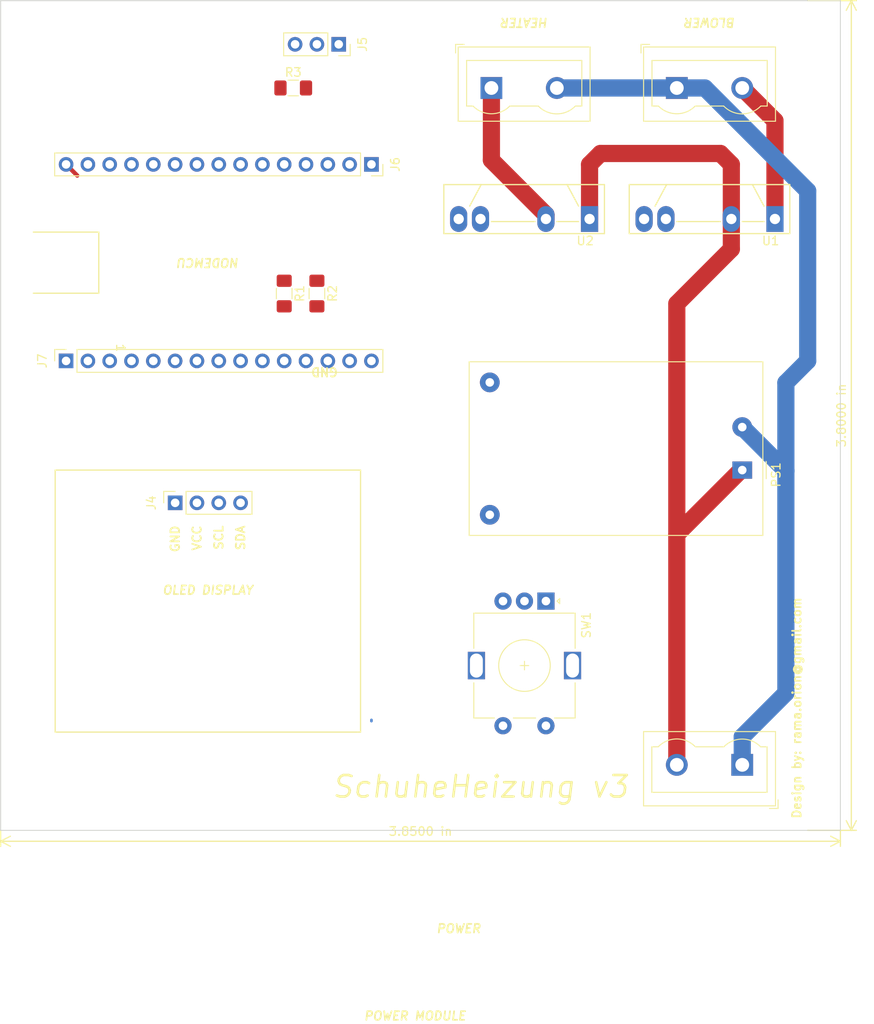
<source format=kicad_pcb>
(kicad_pcb (version 20171130) (host pcbnew 5.1.2-f72e74a~84~ubuntu18.04.1)

  (general
    (thickness 1.6)
    (drawings 30)
    (tracks 29)
    (zones 0)
    (modules 14)
    (nets 32)
  )

  (page A4)
  (title_block
    (date "jeu. 02 avril 2015")
  )

  (layers
    (0 F.Cu signal)
    (31 B.Cu signal)
    (32 B.Adhes user)
    (33 F.Adhes user)
    (34 B.Paste user)
    (35 F.Paste user)
    (36 B.SilkS user)
    (37 F.SilkS user)
    (38 B.Mask user)
    (39 F.Mask user)
    (40 Dwgs.User user)
    (41 Cmts.User user)
    (42 Eco1.User user)
    (43 Eco2.User user)
    (44 Edge.Cuts user)
    (45 Margin user)
    (46 B.CrtYd user)
    (47 F.CrtYd user)
    (48 B.Fab user)
    (49 F.Fab user)
  )

  (setup
    (last_trace_width 0.5)
    (user_trace_width 0.3)
    (user_trace_width 0.5)
    (user_trace_width 2)
    (trace_clearance 0.2)
    (zone_clearance 0.508)
    (zone_45_only no)
    (trace_min 0.2)
    (via_size 0.6)
    (via_drill 0.4)
    (via_min_size 0.4)
    (via_min_drill 0.3)
    (uvia_size 0.3)
    (uvia_drill 0.1)
    (uvias_allowed no)
    (uvia_min_size 0.2)
    (uvia_min_drill 0.1)
    (edge_width 0.1)
    (segment_width 0.15)
    (pcb_text_width 0.3)
    (pcb_text_size 1.5 1.5)
    (mod_edge_width 0.15)
    (mod_text_size 1 1)
    (mod_text_width 0.15)
    (pad_size 5 5)
    (pad_drill 3)
    (pad_to_mask_clearance 0)
    (solder_mask_min_width 0.25)
    (aux_axis_origin 201.676 116.967)
    (grid_origin 201.676 116.967)
    (visible_elements 7FFFFFFF)
    (pcbplotparams
      (layerselection 0x000f0_ffffffff)
      (usegerberextensions false)
      (usegerberattributes false)
      (usegerberadvancedattributes false)
      (creategerberjobfile false)
      (excludeedgelayer true)
      (linewidth 0.100000)
      (plotframeref false)
      (viasonmask false)
      (mode 1)
      (useauxorigin false)
      (hpglpennumber 1)
      (hpglpenspeed 20)
      (hpglpendiameter 15.000000)
      (psnegative false)
      (psa4output false)
      (plotreference true)
      (plotvalue true)
      (plotinvisibletext false)
      (padsonsilk false)
      (subtractmaskfromsilk false)
      (outputformat 4)
      (mirror false)
      (drillshape 2)
      (scaleselection 1)
      (outputdirectory ""))
  )

  (net 0 "")
  (net 1 GND)
  (net 2 +5V)
  (net 3 AC-)
  (net 4 AC+)
  (net 5 HEATER_OUT)
  (net 6 BLOWER_OUT)
  (net 7 SCL)
  (net 8 SDA)
  (net 9 HEATER_CTRL)
  (net 10 BLOWER_CTRL)
  (net 11 "Net-(R1-Pad1)")
  (net 12 "Net-(R2-Pad1)")
  (net 13 RE_A)
  (net 14 RE_B)
  (net 15 RE_SW)
  (net 16 DO)
  (net 17 "Net-(J6-Pad1)")
  (net 18 "Net-(J6-Pad2)")
  (net 19 "Net-(J6-Pad3)")
  (net 20 "Net-(J6-Pad4)")
  (net 21 "Net-(J6-Pad5)")
  (net 22 "Net-(J6-Pad6)")
  (net 23 "Net-(J6-Pad7)")
  (net 24 "Net-(J6-Pad8)")
  (net 25 "Net-(J6-Pad9)")
  (net 26 +3V3)
  (net 27 "Net-(J6-Pad12)")
  (net 28 "Net-(J6-Pad13)")
  (net 29 "Net-(J7-Pad15)")
  (net 30 "Net-(J7-Pad4)")
  (net 31 "Net-(J7-Pad3)")

  (net_class Default "This is the default net class."
    (clearance 0.2)
    (trace_width 0.25)
    (via_dia 0.6)
    (via_drill 0.4)
    (uvia_dia 0.3)
    (uvia_drill 0.1)
    (add_net +3V3)
    (add_net +5V)
    (add_net AC+)
    (add_net AC-)
    (add_net BLOWER_CTRL)
    (add_net BLOWER_OUT)
    (add_net DO)
    (add_net GND)
    (add_net HEATER_CTRL)
    (add_net HEATER_OUT)
    (add_net "Net-(J6-Pad1)")
    (add_net "Net-(J6-Pad12)")
    (add_net "Net-(J6-Pad13)")
    (add_net "Net-(J6-Pad2)")
    (add_net "Net-(J6-Pad3)")
    (add_net "Net-(J6-Pad4)")
    (add_net "Net-(J6-Pad5)")
    (add_net "Net-(J6-Pad6)")
    (add_net "Net-(J6-Pad7)")
    (add_net "Net-(J6-Pad8)")
    (add_net "Net-(J6-Pad9)")
    (add_net "Net-(J7-Pad15)")
    (add_net "Net-(J7-Pad3)")
    (add_net "Net-(J7-Pad4)")
    (add_net "Net-(R1-Pad1)")
    (add_net "Net-(R2-Pad1)")
    (add_net RE_A)
    (add_net RE_B)
    (add_net RE_SW)
    (add_net SCL)
    (add_net SDA)
  )

  (module Converter_ACDC:Converter_ACDC_HiLink_HLK-PMxx (layer F.Cu) (tedit 5C1AC1CD) (tstamp 5CB84B89)
    (at 190.246 75.057 180)
    (descr "ACDC-Converter, 3W, HiLink, HLK-PMxx, THT, http://www.hlktech.net/product_detail.php?ProId=54")
    (tags "ACDC-Converter 3W THT HiLink board mount module")
    (path /5D020792)
    (fp_text reference PS1 (at -3.94 -0.55 270) (layer F.SilkS)
      (effects (font (size 1 1) (thickness 0.15)))
    )
    (fp_text value HLK-PM01 (at 15.79 13.85) (layer F.Fab)
      (effects (font (size 1 1) (thickness 0.15)))
    )
    (fp_line (start -2.3 12.5) (end 31.7 12.5) (layer F.Fab) (width 0.1))
    (fp_line (start 31.7 12.5) (end 31.7 -7.5) (layer F.Fab) (width 0.1))
    (fp_line (start -2.3 12.5) (end -2.3 0.99) (layer F.Fab) (width 0.1))
    (fp_line (start -2.3 -7.5) (end 31.7 -7.5) (layer F.Fab) (width 0.1))
    (fp_text user %R (at 14.68 1.17) (layer F.Fab)
      (effects (font (size 1 1) (thickness 0.15)))
    )
    (fp_line (start -1.29 0) (end -2.29 1) (layer F.Fab) (width 0.1))
    (fp_line (start -2.29 -1) (end -1.29 0) (layer F.Fab) (width 0.1))
    (fp_line (start -2.3 -1) (end -2.3 -7.5) (layer F.Fab) (width 0.1))
    (fp_line (start -2.55 12.75) (end 31.95 12.75) (layer F.CrtYd) (width 0.05))
    (fp_line (start 31.95 12.75) (end 31.95 -7.75) (layer F.CrtYd) (width 0.05))
    (fp_line (start 31.95 -7.75) (end -2.55 -7.75) (layer F.CrtYd) (width 0.05))
    (fp_line (start -2.55 -7.75) (end -2.55 12.75) (layer F.CrtYd) (width 0.05))
    (fp_line (start -2.4 -7.6) (end -2.4 12.6) (layer F.SilkS) (width 0.12))
    (fp_line (start -2.4 12.6) (end 31.8 12.6) (layer F.SilkS) (width 0.12))
    (fp_line (start 31.8 12.6) (end 31.8 -7.6) (layer F.SilkS) (width 0.12))
    (fp_line (start 31.8 -7.6) (end -2.4 -7.6) (layer F.SilkS) (width 0.12))
    (fp_line (start -2.79 -1) (end -2.79 1.01) (layer F.SilkS) (width 0.12))
    (pad 3 thru_hole circle (at 29.4 -5.2 180) (size 2.3 2.3) (drill 1) (layers *.Cu *.Mask)
      (net 1 GND))
    (pad 1 thru_hole rect (at 0 0 180) (size 2.3 2) (drill 1) (layers *.Cu *.Mask)
      (net 4 AC+))
    (pad 2 thru_hole circle (at 0 5 180) (size 2.3 2.3) (drill 1) (layers *.Cu *.Mask)
      (net 3 AC-))
    (pad 4 thru_hole circle (at 29.4 10.2 180) (size 2.3 2.3) (drill 1) (layers *.Cu *.Mask)
      (net 2 +5V))
    (model ${KISYS3DMOD}/Converter_ACDC.3dshapes/Converter_ACDC_HiLink_HLK-PMxx.wrl
      (at (xyz 0 0 0))
      (scale (xyz 1 1 1))
      (rotate (xyz 0 0 0))
    )
  )

  (module Resistor_SMD:R_1206_3216Metric_Pad1.42x1.75mm_HandSolder (layer F.Cu) (tedit 5B301BBD) (tstamp 5D020AAF)
    (at 137.9585 30.607)
    (descr "Resistor SMD 1206 (3216 Metric), square (rectangular) end terminal, IPC_7351 nominal with elongated pad for handsoldering. (Body size source: http://www.tortai-tech.com/upload/download/2011102023233369053.pdf), generated with kicad-footprint-generator")
    (tags "resistor handsolder")
    (path /5D02C1D2)
    (attr smd)
    (fp_text reference R3 (at 0 -1.82) (layer F.SilkS)
      (effects (font (size 1 1) (thickness 0.15)))
    )
    (fp_text value R (at 0 1.82) (layer F.Fab)
      (effects (font (size 1 1) (thickness 0.15)))
    )
    (fp_line (start -1.6 0.8) (end -1.6 -0.8) (layer F.Fab) (width 0.1))
    (fp_line (start -1.6 -0.8) (end 1.6 -0.8) (layer F.Fab) (width 0.1))
    (fp_line (start 1.6 -0.8) (end 1.6 0.8) (layer F.Fab) (width 0.1))
    (fp_line (start 1.6 0.8) (end -1.6 0.8) (layer F.Fab) (width 0.1))
    (fp_line (start -0.602064 -0.91) (end 0.602064 -0.91) (layer F.SilkS) (width 0.12))
    (fp_line (start -0.602064 0.91) (end 0.602064 0.91) (layer F.SilkS) (width 0.12))
    (fp_line (start -2.45 1.12) (end -2.45 -1.12) (layer F.CrtYd) (width 0.05))
    (fp_line (start -2.45 -1.12) (end 2.45 -1.12) (layer F.CrtYd) (width 0.05))
    (fp_line (start 2.45 -1.12) (end 2.45 1.12) (layer F.CrtYd) (width 0.05))
    (fp_line (start 2.45 1.12) (end -2.45 1.12) (layer F.CrtYd) (width 0.05))
    (fp_text user %R (at 0 0) (layer F.Fab)
      (effects (font (size 0.8 0.8) (thickness 0.12)))
    )
    (pad 1 smd roundrect (at -1.4875 0) (size 1.425 1.75) (layers F.Cu F.Paste F.Mask) (roundrect_rratio 0.175439)
      (net 16 DO))
    (pad 2 smd roundrect (at 1.4875 0) (size 1.425 1.75) (layers F.Cu F.Paste F.Mask) (roundrect_rratio 0.175439)
      (net 2 +5V))
    (model ${KISYS3DMOD}/Resistor_SMD.3dshapes/R_1206_3216Metric.wrl
      (at (xyz 0 0 0))
      (scale (xyz 1 1 1))
      (rotate (xyz 0 0 0))
    )
  )

  (module Connector_PinSocket_2.54mm:PinSocket_1x15_P2.54mm_Vertical (layer F.Cu) (tedit 5A19A41D) (tstamp 5D020A7B)
    (at 147.066 39.497 270)
    (descr "Through hole straight socket strip, 1x15, 2.54mm pitch, single row (from Kicad 4.0.7), script generated")
    (tags "Through hole socket strip THT 1x15 2.54mm single row")
    (path /5D03D042)
    (fp_text reference J6 (at 0 -2.77 90) (layer F.SilkS)
      (effects (font (size 1 1) (thickness 0.15)))
    )
    (fp_text value Conn_01x15 (at 0 38.33 90) (layer F.Fab)
      (effects (font (size 1 1) (thickness 0.15)))
    )
    (fp_line (start -1.27 -1.27) (end 0.635 -1.27) (layer F.Fab) (width 0.1))
    (fp_line (start 0.635 -1.27) (end 1.27 -0.635) (layer F.Fab) (width 0.1))
    (fp_line (start 1.27 -0.635) (end 1.27 36.83) (layer F.Fab) (width 0.1))
    (fp_line (start 1.27 36.83) (end -1.27 36.83) (layer F.Fab) (width 0.1))
    (fp_line (start -1.27 36.83) (end -1.27 -1.27) (layer F.Fab) (width 0.1))
    (fp_line (start -1.33 1.27) (end 1.33 1.27) (layer F.SilkS) (width 0.12))
    (fp_line (start -1.33 1.27) (end -1.33 36.89) (layer F.SilkS) (width 0.12))
    (fp_line (start -1.33 36.89) (end 1.33 36.89) (layer F.SilkS) (width 0.12))
    (fp_line (start 1.33 1.27) (end 1.33 36.89) (layer F.SilkS) (width 0.12))
    (fp_line (start 1.33 -1.33) (end 1.33 0) (layer F.SilkS) (width 0.12))
    (fp_line (start 0 -1.33) (end 1.33 -1.33) (layer F.SilkS) (width 0.12))
    (fp_line (start -1.8 -1.8) (end 1.75 -1.8) (layer F.CrtYd) (width 0.05))
    (fp_line (start 1.75 -1.8) (end 1.75 37.3) (layer F.CrtYd) (width 0.05))
    (fp_line (start 1.75 37.3) (end -1.8 37.3) (layer F.CrtYd) (width 0.05))
    (fp_line (start -1.8 37.3) (end -1.8 -1.8) (layer F.CrtYd) (width 0.05))
    (fp_text user %R (at 0 17.78) (layer F.Fab)
      (effects (font (size 1 1) (thickness 0.15)))
    )
    (pad 1 thru_hole rect (at 0 0 270) (size 1.7 1.7) (drill 1) (layers *.Cu *.Mask)
      (net 17 "Net-(J6-Pad1)"))
    (pad 2 thru_hole oval (at 0 2.54 270) (size 1.7 1.7) (drill 1) (layers *.Cu *.Mask)
      (net 18 "Net-(J6-Pad2)"))
    (pad 3 thru_hole oval (at 0 5.08 270) (size 1.7 1.7) (drill 1) (layers *.Cu *.Mask)
      (net 19 "Net-(J6-Pad3)"))
    (pad 4 thru_hole oval (at 0 7.62 270) (size 1.7 1.7) (drill 1) (layers *.Cu *.Mask)
      (net 20 "Net-(J6-Pad4)"))
    (pad 5 thru_hole oval (at 0 10.16 270) (size 1.7 1.7) (drill 1) (layers *.Cu *.Mask)
      (net 21 "Net-(J6-Pad5)"))
    (pad 6 thru_hole oval (at 0 12.7 270) (size 1.7 1.7) (drill 1) (layers *.Cu *.Mask)
      (net 22 "Net-(J6-Pad6)"))
    (pad 7 thru_hole oval (at 0 15.24 270) (size 1.7 1.7) (drill 1) (layers *.Cu *.Mask)
      (net 23 "Net-(J6-Pad7)"))
    (pad 8 thru_hole oval (at 0 17.78 270) (size 1.7 1.7) (drill 1) (layers *.Cu *.Mask)
      (net 24 "Net-(J6-Pad8)"))
    (pad 9 thru_hole oval (at 0 20.32 270) (size 1.7 1.7) (drill 1) (layers *.Cu *.Mask)
      (net 25 "Net-(J6-Pad9)"))
    (pad 10 thru_hole oval (at 0 22.86 270) (size 1.7 1.7) (drill 1) (layers *.Cu *.Mask)
      (net 1 GND))
    (pad 11 thru_hole oval (at 0 25.4 270) (size 1.7 1.7) (drill 1) (layers *.Cu *.Mask)
      (net 26 +3V3))
    (pad 12 thru_hole oval (at 0 27.94 270) (size 1.7 1.7) (drill 1) (layers *.Cu *.Mask)
      (net 27 "Net-(J6-Pad12)"))
    (pad 13 thru_hole oval (at 0 30.48 270) (size 1.7 1.7) (drill 1) (layers *.Cu *.Mask)
      (net 28 "Net-(J6-Pad13)"))
    (pad 14 thru_hole oval (at 0 33.02 270) (size 1.7 1.7) (drill 1) (layers *.Cu *.Mask)
      (net 1 GND))
    (pad 15 thru_hole oval (at 0 35.56 270) (size 1.7 1.7) (drill 1) (layers *.Cu *.Mask)
      (net 2 +5V))
    (model ${KISYS3DMOD}/Connector_PinSocket_2.54mm.3dshapes/PinSocket_1x15_P2.54mm_Vertical.wrl
      (at (xyz 0 0 0))
      (scale (xyz 1 1 1))
      (rotate (xyz 0 0 0))
    )
  )

  (module Connector_PinSocket_2.54mm:PinSocket_1x15_P2.54mm_Vertical (layer F.Cu) (tedit 5A19A41D) (tstamp 5D020A9E)
    (at 111.506 62.357 90)
    (descr "Through hole straight socket strip, 1x15, 2.54mm pitch, single row (from Kicad 4.0.7), script generated")
    (tags "Through hole socket strip THT 1x15 2.54mm single row")
    (path /5D03E828)
    (fp_text reference J7 (at 0 -2.77 90) (layer F.SilkS)
      (effects (font (size 1 1) (thickness 0.15)))
    )
    (fp_text value Conn_01x15 (at 0 38.33 90) (layer F.Fab)
      (effects (font (size 1 1) (thickness 0.15)))
    )
    (fp_text user %R (at 0 17.78) (layer F.Fab)
      (effects (font (size 1 1) (thickness 0.15)))
    )
    (fp_line (start -1.8 37.3) (end -1.8 -1.8) (layer F.CrtYd) (width 0.05))
    (fp_line (start 1.75 37.3) (end -1.8 37.3) (layer F.CrtYd) (width 0.05))
    (fp_line (start 1.75 -1.8) (end 1.75 37.3) (layer F.CrtYd) (width 0.05))
    (fp_line (start -1.8 -1.8) (end 1.75 -1.8) (layer F.CrtYd) (width 0.05))
    (fp_line (start 0 -1.33) (end 1.33 -1.33) (layer F.SilkS) (width 0.12))
    (fp_line (start 1.33 -1.33) (end 1.33 0) (layer F.SilkS) (width 0.12))
    (fp_line (start 1.33 1.27) (end 1.33 36.89) (layer F.SilkS) (width 0.12))
    (fp_line (start -1.33 36.89) (end 1.33 36.89) (layer F.SilkS) (width 0.12))
    (fp_line (start -1.33 1.27) (end -1.33 36.89) (layer F.SilkS) (width 0.12))
    (fp_line (start -1.33 1.27) (end 1.33 1.27) (layer F.SilkS) (width 0.12))
    (fp_line (start -1.27 36.83) (end -1.27 -1.27) (layer F.Fab) (width 0.1))
    (fp_line (start 1.27 36.83) (end -1.27 36.83) (layer F.Fab) (width 0.1))
    (fp_line (start 1.27 -0.635) (end 1.27 36.83) (layer F.Fab) (width 0.1))
    (fp_line (start 0.635 -1.27) (end 1.27 -0.635) (layer F.Fab) (width 0.1))
    (fp_line (start -1.27 -1.27) (end 0.635 -1.27) (layer F.Fab) (width 0.1))
    (pad 15 thru_hole oval (at 0 35.56 90) (size 1.7 1.7) (drill 1) (layers *.Cu *.Mask)
      (net 29 "Net-(J7-Pad15)"))
    (pad 14 thru_hole oval (at 0 33.02 90) (size 1.7 1.7) (drill 1) (layers *.Cu *.Mask)
      (net 7 SCL))
    (pad 13 thru_hole oval (at 0 30.48 90) (size 1.7 1.7) (drill 1) (layers *.Cu *.Mask)
      (net 8 SDA))
    (pad 12 thru_hole oval (at 0 27.94 90) (size 1.7 1.7) (drill 1) (layers *.Cu *.Mask)
      (net 10 BLOWER_CTRL))
    (pad 11 thru_hole oval (at 0 25.4 90) (size 1.7 1.7) (drill 1) (layers *.Cu *.Mask)
      (net 9 HEATER_CTRL))
    (pad 10 thru_hole oval (at 0 22.86 90) (size 1.7 1.7) (drill 1) (layers *.Cu *.Mask)
      (net 26 +3V3))
    (pad 9 thru_hole oval (at 0 20.32 90) (size 1.7 1.7) (drill 1) (layers *.Cu *.Mask)
      (net 1 GND))
    (pad 8 thru_hole oval (at 0 17.78 90) (size 1.7 1.7) (drill 1) (layers *.Cu *.Mask)
      (net 16 DO))
    (pad 7 thru_hole oval (at 0 15.24 90) (size 1.7 1.7) (drill 1) (layers *.Cu *.Mask)
      (net 13 RE_A))
    (pad 6 thru_hole oval (at 0 12.7 90) (size 1.7 1.7) (drill 1) (layers *.Cu *.Mask)
      (net 14 RE_B))
    (pad 5 thru_hole oval (at 0 10.16 90) (size 1.7 1.7) (drill 1) (layers *.Cu *.Mask)
      (net 15 RE_SW))
    (pad 4 thru_hole oval (at 0 7.62 90) (size 1.7 1.7) (drill 1) (layers *.Cu *.Mask)
      (net 30 "Net-(J7-Pad4)"))
    (pad 3 thru_hole oval (at 0 5.08 90) (size 1.7 1.7) (drill 1) (layers *.Cu *.Mask)
      (net 31 "Net-(J7-Pad3)"))
    (pad 2 thru_hole oval (at 0 2.54 90) (size 1.7 1.7) (drill 1) (layers *.Cu *.Mask)
      (net 1 GND))
    (pad 1 thru_hole rect (at 0 0 90) (size 1.7 1.7) (drill 1) (layers *.Cu *.Mask)
      (net 26 +3V3))
    (model ${KISYS3DMOD}/Connector_PinSocket_2.54mm.3dshapes/PinSocket_1x15_P2.54mm_Vertical.wrl
      (at (xyz 0 0 0))
      (scale (xyz 1 1 1))
      (rotate (xyz 0 0 0))
    )
  )

  (module TerminalBlock:TerminalBlock_Wuerth_691311400102_P7.62mm (layer F.Cu) (tedit 5CB36873) (tstamp 5CB84AB3)
    (at 190.246 109.347 180)
    (descr https://katalog.we-online.de/em/datasheet/6913114001xx.pdf)
    (tags "Wuerth WR-TBL Series 3114 terminal block pitch 7.62mm")
    (path /5C9F2392)
    (fp_text reference J1 (at 3.81 -6 180) (layer F.SilkS) hide
      (effects (font (size 1 1) (thickness 0.15)))
    )
    (fp_text value Screw_Terminal_01x02 (at 3.81 5 180) (layer F.Fab)
      (effects (font (size 1 1) (thickness 0.15)))
    )
    (fp_line (start -2.8 -4.7) (end 11.42 -4.7) (layer F.Fab) (width 0.1))
    (fp_line (start 11.42 -4.7) (end 11.42 3.8) (layer F.Fab) (width 0.1))
    (fp_line (start 11.42 3.8) (end -3.8 3.8) (layer F.Fab) (width 0.1))
    (fp_line (start -3.8 3.8) (end -3.8 -3.7) (layer F.Fab) (width 0.1))
    (fp_line (start -3.86 -4.77) (end 11.49 -4.77) (layer F.SilkS) (width 0.12))
    (fp_line (start 11.49 -4.77) (end 11.49 3.87) (layer F.SilkS) (width 0.12))
    (fp_line (start 11.49 3.87) (end -3.87 3.87) (layer F.SilkS) (width 0.12))
    (fp_line (start -3.87 3.87) (end -3.87 -4.77) (layer F.SilkS) (width 0.12))
    (fp_line (start -4.17 -5.07) (end -4.17 -4.07) (layer F.SilkS) (width 0.12))
    (fp_line (start -4.17 -5.07) (end -3.17 -5.07) (layer F.SilkS) (width 0.12))
    (fp_text user %R (at 3.81 0 180) (layer F.Fab)
      (effects (font (size 1 1) (thickness 0.15)))
    )
    (fp_line (start -4.3 -5.2) (end 11.92 -5.2) (layer F.CrtYd) (width 0.05))
    (fp_line (start 11.92 -5.2) (end 11.92 4.3) (layer F.CrtYd) (width 0.05))
    (fp_line (start 11.92 4.3) (end -4.3 4.3) (layer F.CrtYd) (width 0.05))
    (fp_line (start -4.3 4.3) (end -4.3 -5.2) (layer F.CrtYd) (width 0.05))
    (fp_line (start 10.53 -3.2) (end -2.89 -3.2) (layer F.SilkS) (width 0.12))
    (fp_line (start -2.89 -3.2) (end -2.89 2.1) (layer F.SilkS) (width 0.12))
    (fp_line (start -2.89 2.1) (end -2.14 2.1) (layer F.SilkS) (width 0.12))
    (fp_arc (start 0 0) (end -2.14 2.1) (angle -91.1) (layer F.SilkS) (width 0.12))
    (fp_line (start 2.14 2.1) (end 5.46 2.1) (layer F.SilkS) (width 0.12))
    (fp_arc (start 7.62 0) (end 5.46 2.1) (angle -91.6) (layer F.SilkS) (width 0.12))
    (fp_line (start 9.78 2.1) (end 10.53 2.1) (layer F.SilkS) (width 0.12))
    (fp_line (start 10.53 2.1) (end 10.53 -3.2) (layer F.SilkS) (width 0.12))
    (fp_line (start -3.8 -3.7) (end -2.8 -4.7) (layer F.Fab) (width 0.1))
    (pad 1 thru_hole rect (at 0 0 180) (size 2.54 2.54) (drill 1.6) (layers *.Cu *.Mask)
      (net 3 AC-))
    (pad 2 thru_hole circle (at 7.62 0 180) (size 2.54 2.54) (drill 1.6) (layers *.Cu *.Mask)
      (net 4 AC+))
    (model ${KISYS3DMOD}/TerminalBlock.3dshapes/TerminalBlock_Wuerth_691311400102_P7.62mm.wrl
      (at (xyz 0 0 0))
      (scale (xyz 1 1 1))
      (rotate (xyz 0 0 0))
    )
  )

  (module TerminalBlock:TerminalBlock_Wuerth_691311400102_P7.62mm (layer F.Cu) (tedit 5CB3687E) (tstamp 5CB84AD1)
    (at 182.626 30.607)
    (descr https://katalog.we-online.de/em/datasheet/6913114001xx.pdf)
    (tags "Wuerth WR-TBL Series 3114 terminal block pitch 7.62mm")
    (path /5C9F247B)
    (fp_text reference J2 (at 3.81 -6) (layer F.SilkS) hide
      (effects (font (size 1 1) (thickness 0.15)))
    )
    (fp_text value Screw_Terminal_01x02 (at 3.81 5) (layer F.Fab)
      (effects (font (size 1 1) (thickness 0.15)))
    )
    (fp_line (start -3.8 -3.7) (end -2.8 -4.7) (layer F.Fab) (width 0.1))
    (fp_line (start 10.53 2.1) (end 10.53 -3.2) (layer F.SilkS) (width 0.12))
    (fp_line (start 9.78 2.1) (end 10.53 2.1) (layer F.SilkS) (width 0.12))
    (fp_arc (start 7.62 0) (end 5.46 2.1) (angle -91.6) (layer F.SilkS) (width 0.12))
    (fp_line (start 2.14 2.1) (end 5.46 2.1) (layer F.SilkS) (width 0.12))
    (fp_arc (start 0 0) (end -2.14 2.1) (angle -91.1) (layer F.SilkS) (width 0.12))
    (fp_line (start -2.89 2.1) (end -2.14 2.1) (layer F.SilkS) (width 0.12))
    (fp_line (start -2.89 -3.2) (end -2.89 2.1) (layer F.SilkS) (width 0.12))
    (fp_line (start 10.53 -3.2) (end -2.89 -3.2) (layer F.SilkS) (width 0.12))
    (fp_line (start -4.3 4.3) (end -4.3 -5.2) (layer F.CrtYd) (width 0.05))
    (fp_line (start 11.92 4.3) (end -4.3 4.3) (layer F.CrtYd) (width 0.05))
    (fp_line (start 11.92 -5.2) (end 11.92 4.3) (layer F.CrtYd) (width 0.05))
    (fp_line (start -4.3 -5.2) (end 11.92 -5.2) (layer F.CrtYd) (width 0.05))
    (fp_text user %R (at 3.81 0) (layer F.Fab)
      (effects (font (size 1 1) (thickness 0.15)))
    )
    (fp_line (start -4.17 -5.07) (end -3.17 -5.07) (layer F.SilkS) (width 0.12))
    (fp_line (start -4.17 -5.07) (end -4.17 -4.07) (layer F.SilkS) (width 0.12))
    (fp_line (start -3.87 3.87) (end -3.87 -4.77) (layer F.SilkS) (width 0.12))
    (fp_line (start 11.49 3.87) (end -3.87 3.87) (layer F.SilkS) (width 0.12))
    (fp_line (start 11.49 -4.77) (end 11.49 3.87) (layer F.SilkS) (width 0.12))
    (fp_line (start -3.86 -4.77) (end 11.49 -4.77) (layer F.SilkS) (width 0.12))
    (fp_line (start -3.8 3.8) (end -3.8 -3.7) (layer F.Fab) (width 0.1))
    (fp_line (start 11.42 3.8) (end -3.8 3.8) (layer F.Fab) (width 0.1))
    (fp_line (start 11.42 -4.7) (end 11.42 3.8) (layer F.Fab) (width 0.1))
    (fp_line (start -2.8 -4.7) (end 11.42 -4.7) (layer F.Fab) (width 0.1))
    (pad 2 thru_hole circle (at 7.62 0) (size 2.54 2.54) (drill 1.6) (layers *.Cu *.Mask)
      (net 5 HEATER_OUT))
    (pad 1 thru_hole rect (at 0 0) (size 2.54 2.54) (drill 1.6) (layers *.Cu *.Mask)
      (net 3 AC-))
    (model ${KISYS3DMOD}/TerminalBlock.3dshapes/TerminalBlock_Wuerth_691311400102_P7.62mm.wrl
      (at (xyz 0 0 0))
      (scale (xyz 1 1 1))
      (rotate (xyz 0 0 0))
    )
  )

  (module TerminalBlock:TerminalBlock_Wuerth_691311400102_P7.62mm (layer F.Cu) (tedit 5CB3687A) (tstamp 5CB84AEF)
    (at 161.036 30.607)
    (descr https://katalog.we-online.de/em/datasheet/6913114001xx.pdf)
    (tags "Wuerth WR-TBL Series 3114 terminal block pitch 7.62mm")
    (path /5C9F2549)
    (fp_text reference J3 (at 3.81 -6 180) (layer F.SilkS) hide
      (effects (font (size 1 1) (thickness 0.15)))
    )
    (fp_text value Screw_Terminal_01x02 (at 3.81 5 180) (layer F.Fab)
      (effects (font (size 1 1) (thickness 0.15)))
    )
    (fp_line (start -2.8 -4.7) (end 11.42 -4.7) (layer F.Fab) (width 0.1))
    (fp_line (start 11.42 -4.7) (end 11.42 3.8) (layer F.Fab) (width 0.1))
    (fp_line (start 11.42 3.8) (end -3.8 3.8) (layer F.Fab) (width 0.1))
    (fp_line (start -3.8 3.8) (end -3.8 -3.7) (layer F.Fab) (width 0.1))
    (fp_line (start -3.86 -4.77) (end 11.49 -4.77) (layer F.SilkS) (width 0.12))
    (fp_line (start 11.49 -4.77) (end 11.49 3.87) (layer F.SilkS) (width 0.12))
    (fp_line (start 11.49 3.87) (end -3.87 3.87) (layer F.SilkS) (width 0.12))
    (fp_line (start -3.87 3.87) (end -3.87 -4.77) (layer F.SilkS) (width 0.12))
    (fp_line (start -4.17 -5.07) (end -4.17 -4.07) (layer F.SilkS) (width 0.12))
    (fp_line (start -4.17 -5.07) (end -3.17 -5.07) (layer F.SilkS) (width 0.12))
    (fp_text user %R (at 3.81 0 180) (layer F.Fab)
      (effects (font (size 1 1) (thickness 0.15)))
    )
    (fp_line (start -4.3 -5.2) (end 11.92 -5.2) (layer F.CrtYd) (width 0.05))
    (fp_line (start 11.92 -5.2) (end 11.92 4.3) (layer F.CrtYd) (width 0.05))
    (fp_line (start 11.92 4.3) (end -4.3 4.3) (layer F.CrtYd) (width 0.05))
    (fp_line (start -4.3 4.3) (end -4.3 -5.2) (layer F.CrtYd) (width 0.05))
    (fp_line (start 10.53 -3.2) (end -2.89 -3.2) (layer F.SilkS) (width 0.12))
    (fp_line (start -2.89 -3.2) (end -2.89 2.1) (layer F.SilkS) (width 0.12))
    (fp_line (start -2.89 2.1) (end -2.14 2.1) (layer F.SilkS) (width 0.12))
    (fp_arc (start 0 0) (end -2.14 2.1) (angle -91.1) (layer F.SilkS) (width 0.12))
    (fp_line (start 2.14 2.1) (end 5.46 2.1) (layer F.SilkS) (width 0.12))
    (fp_arc (start 7.62 0) (end 5.46 2.1) (angle -91.6) (layer F.SilkS) (width 0.12))
    (fp_line (start 9.78 2.1) (end 10.53 2.1) (layer F.SilkS) (width 0.12))
    (fp_line (start 10.53 2.1) (end 10.53 -3.2) (layer F.SilkS) (width 0.12))
    (fp_line (start -3.8 -3.7) (end -2.8 -4.7) (layer F.Fab) (width 0.1))
    (pad 1 thru_hole rect (at 0 0) (size 2.54 2.54) (drill 1.6) (layers *.Cu *.Mask)
      (net 6 BLOWER_OUT))
    (pad 2 thru_hole circle (at 7.62 0) (size 2.54 2.54) (drill 1.6) (layers *.Cu *.Mask)
      (net 3 AC-))
    (model ${KISYS3DMOD}/TerminalBlock.3dshapes/TerminalBlock_Wuerth_691311400102_P7.62mm.wrl
      (at (xyz 0 0 0))
      (scale (xyz 1 1 1))
      (rotate (xyz 0 0 0))
    )
  )

  (module Connector_PinSocket_2.54mm:PinSocket_1x04_P2.54mm_Vertical (layer F.Cu) (tedit 5A19A429) (tstamp 5CB84B07)
    (at 124.206 78.867 90)
    (descr "Through hole straight socket strip, 1x04, 2.54mm pitch, single row (from Kicad 4.0.7), script generated")
    (tags "Through hole socket strip THT 1x04 2.54mm single row")
    (path /5C9F899E)
    (fp_text reference J4 (at 0 -2.77 90) (layer F.SilkS)
      (effects (font (size 1 1) (thickness 0.15)))
    )
    (fp_text value Conn_01x04 (at 0 10.39 90) (layer F.Fab)
      (effects (font (size 1 1) (thickness 0.15)))
    )
    (fp_line (start -1.27 -1.27) (end 0.635 -1.27) (layer F.Fab) (width 0.1))
    (fp_line (start 0.635 -1.27) (end 1.27 -0.635) (layer F.Fab) (width 0.1))
    (fp_line (start 1.27 -0.635) (end 1.27 8.89) (layer F.Fab) (width 0.1))
    (fp_line (start 1.27 8.89) (end -1.27 8.89) (layer F.Fab) (width 0.1))
    (fp_line (start -1.27 8.89) (end -1.27 -1.27) (layer F.Fab) (width 0.1))
    (fp_line (start -1.33 1.27) (end 1.33 1.27) (layer F.SilkS) (width 0.12))
    (fp_line (start -1.33 1.27) (end -1.33 8.95) (layer F.SilkS) (width 0.12))
    (fp_line (start -1.33 8.95) (end 1.33 8.95) (layer F.SilkS) (width 0.12))
    (fp_line (start 1.33 1.27) (end 1.33 8.95) (layer F.SilkS) (width 0.12))
    (fp_line (start 1.33 -1.33) (end 1.33 0) (layer F.SilkS) (width 0.12))
    (fp_line (start 0 -1.33) (end 1.33 -1.33) (layer F.SilkS) (width 0.12))
    (fp_line (start -1.8 -1.8) (end 1.75 -1.8) (layer F.CrtYd) (width 0.05))
    (fp_line (start 1.75 -1.8) (end 1.75 9.4) (layer F.CrtYd) (width 0.05))
    (fp_line (start 1.75 9.4) (end -1.8 9.4) (layer F.CrtYd) (width 0.05))
    (fp_line (start -1.8 9.4) (end -1.8 -1.8) (layer F.CrtYd) (width 0.05))
    (fp_text user %R (at 0 3.81) (layer F.Fab)
      (effects (font (size 1 1) (thickness 0.15)))
    )
    (pad 1 thru_hole rect (at 0 0 90) (size 1.7 1.7) (drill 1) (layers *.Cu *.Mask)
      (net 1 GND))
    (pad 2 thru_hole oval (at 0 2.54 90) (size 1.7 1.7) (drill 1) (layers *.Cu *.Mask)
      (net 2 +5V))
    (pad 3 thru_hole oval (at 0 5.08 90) (size 1.7 1.7) (drill 1) (layers *.Cu *.Mask)
      (net 7 SCL))
    (pad 4 thru_hole oval (at 0 7.62 90) (size 1.7 1.7) (drill 1) (layers *.Cu *.Mask)
      (net 8 SDA))
    (model ${KISYS3DMOD}/Connector_PinSocket_2.54mm.3dshapes/PinSocket_1x04_P2.54mm_Vertical.wrl
      (at (xyz 0 0 0))
      (scale (xyz 1 1 1))
      (rotate (xyz 0 0 0))
    )
  )

  (module Resistor_SMD:R_1206_3216Metric_Pad1.42x1.75mm_HandSolder (layer F.Cu) (tedit 5B301BBD) (tstamp 5CB84BB3)
    (at 136.906 54.5195 270)
    (descr "Resistor SMD 1206 (3216 Metric), square (rectangular) end terminal, IPC_7351 nominal with elongated pad for handsoldering. (Body size source: http://www.tortai-tech.com/upload/download/2011102023233369053.pdf), generated with kicad-footprint-generator")
    (tags "resistor handsolder")
    (path /5C9F35A1)
    (attr smd)
    (fp_text reference R1 (at 0 -1.82 270) (layer F.SilkS)
      (effects (font (size 1 1) (thickness 0.15)))
    )
    (fp_text value R (at 0 1.82 270) (layer F.Fab)
      (effects (font (size 1 1) (thickness 0.15)))
    )
    (fp_text user %R (at 0 0 270) (layer F.Fab)
      (effects (font (size 0.8 0.8) (thickness 0.12)))
    )
    (fp_line (start 2.45 1.12) (end -2.45 1.12) (layer F.CrtYd) (width 0.05))
    (fp_line (start 2.45 -1.12) (end 2.45 1.12) (layer F.CrtYd) (width 0.05))
    (fp_line (start -2.45 -1.12) (end 2.45 -1.12) (layer F.CrtYd) (width 0.05))
    (fp_line (start -2.45 1.12) (end -2.45 -1.12) (layer F.CrtYd) (width 0.05))
    (fp_line (start -0.602064 0.91) (end 0.602064 0.91) (layer F.SilkS) (width 0.12))
    (fp_line (start -0.602064 -0.91) (end 0.602064 -0.91) (layer F.SilkS) (width 0.12))
    (fp_line (start 1.6 0.8) (end -1.6 0.8) (layer F.Fab) (width 0.1))
    (fp_line (start 1.6 -0.8) (end 1.6 0.8) (layer F.Fab) (width 0.1))
    (fp_line (start -1.6 -0.8) (end 1.6 -0.8) (layer F.Fab) (width 0.1))
    (fp_line (start -1.6 0.8) (end -1.6 -0.8) (layer F.Fab) (width 0.1))
    (pad 2 smd roundrect (at 1.4875 0 270) (size 1.425 1.75) (layers F.Cu F.Paste F.Mask) (roundrect_rratio 0.175439)
      (net 9 HEATER_CTRL))
    (pad 1 smd roundrect (at -1.4875 0 270) (size 1.425 1.75) (layers F.Cu F.Paste F.Mask) (roundrect_rratio 0.175439)
      (net 11 "Net-(R1-Pad1)"))
    (model ${KISYS3DMOD}/Resistor_SMD.3dshapes/R_1206_3216Metric.wrl
      (at (xyz 0 0 0))
      (scale (xyz 1 1 1))
      (rotate (xyz 0 0 0))
    )
  )

  (module Package_SIP:SIP4_Sharp-SSR_P7.62mm_Straight (layer F.Cu) (tedit 5A0CB273) (tstamp 5CB84C00)
    (at 194.056 45.847 180)
    (descr "SIP4 Footprint for SSR made by Sharp")
    (tags "Solid State relais SSR Sharp")
    (path /5C9F0C8E)
    (fp_text reference U1 (at 0.508 -2.54 180) (layer F.SilkS)
      (effects (font (size 1 1) (thickness 0.15)))
    )
    (fp_text value S202S01 (at 7.62 5 180) (layer F.Fab)
      (effects (font (size 1 1) (thickness 0.15)))
    )
    (fp_line (start -1.6 -0.6) (end -1.6 3.9) (layer F.Fab) (width 0.1))
    (fp_line (start -0.6 -1.6) (end -1.6 -0.6) (layer F.Fab) (width 0.1))
    (fp_line (start 16.8 -1.6) (end -0.6 -1.6) (layer F.Fab) (width 0.1))
    (fp_line (start 16.8 3.9) (end 16.8 -1.6) (layer F.Fab) (width 0.1))
    (fp_line (start -1.6 3.9) (end 16.8 3.9) (layer F.Fab) (width 0.1))
    (fp_line (start -1.73 4) (end -1.73 -1.7) (layer F.SilkS) (width 0.15))
    (fp_line (start 16.97 4) (end -1.73 4) (layer F.SilkS) (width 0.15))
    (fp_line (start 16.97 -1.7) (end 16.97 4) (layer F.SilkS) (width 0.15))
    (fp_line (start -1.73 -1.7) (end 16.97 -1.7) (layer F.SilkS) (width 0.15))
    (fp_line (start 12.62 4) (end 13.96 1.5) (layer F.SilkS) (width 0.15))
    (fp_line (start 2.62 4) (end 1.28 1.5) (layer F.SilkS) (width 0.15))
    (fp_line (start -2 -1.95) (end 17.25 -1.95) (layer F.CrtYd) (width 0.05))
    (fp_line (start -2 4.25) (end -2 -1.95) (layer F.CrtYd) (width 0.05))
    (fp_line (start 17.25 4.25) (end -2 4.25) (layer F.CrtYd) (width 0.05))
    (fp_line (start 17.25 -1.95) (end 17.25 4.25) (layer F.CrtYd) (width 0.05))
    (fp_line (start 6.35 -0.3) (end 11.43 -0.3) (layer F.SilkS) (width 0.15))
    (fp_line (start 1.27 -0.3) (end 3.81 -0.3) (layer F.SilkS) (width 0.15))
    (fp_text user %R (at 7.62 0 180) (layer F.Fab)
      (effects (font (size 1 1) (thickness 0.15)))
    )
    (pad 4 thru_hole oval (at 15.24 0 180) (size 2 3) (drill 1.2) (layers *.Cu *.Mask)
      (net 1 GND))
    (pad 3 thru_hole oval (at 12.7 0 180) (size 2 3) (drill 1.2) (layers *.Cu *.Mask)
      (net 11 "Net-(R1-Pad1)"))
    (pad 2 thru_hole oval (at 5.08 0 180) (size 2 3) (drill 1.2) (layers *.Cu *.Mask)
      (net 4 AC+))
    (pad 1 thru_hole rect (at 0 0 180) (size 2 3) (drill 1.2) (layers *.Cu *.Mask)
      (net 5 HEATER_OUT))
    (model ${KISYS3DMOD}/Package_SIP.3dshapes/SIP4_Sharp-SSR_P7.62mm_Straight.wrl
      (at (xyz 0 0 0))
      (scale (xyz 1 1 1))
      (rotate (xyz 0 0 0))
    )
  )

  (module Package_SIP:SIP4_Sharp-SSR_P7.62mm_Straight (layer F.Cu) (tedit 5A0CB273) (tstamp 5CB84C1A)
    (at 172.466 45.847 180)
    (descr "SIP4 Footprint for SSR made by Sharp")
    (tags "Solid State relais SSR Sharp")
    (path /5C9F0D51)
    (fp_text reference U2 (at 0.508 -2.54 180) (layer F.SilkS)
      (effects (font (size 1 1) (thickness 0.15)))
    )
    (fp_text value S202S01 (at 7.62 5 180) (layer F.Fab)
      (effects (font (size 1 1) (thickness 0.15)))
    )
    (fp_text user %R (at 7.62 0 180) (layer F.Fab)
      (effects (font (size 1 1) (thickness 0.15)))
    )
    (fp_line (start 1.27 -0.3) (end 3.81 -0.3) (layer F.SilkS) (width 0.15))
    (fp_line (start 6.35 -0.3) (end 11.43 -0.3) (layer F.SilkS) (width 0.15))
    (fp_line (start 17.25 -1.95) (end 17.25 4.25) (layer F.CrtYd) (width 0.05))
    (fp_line (start 17.25 4.25) (end -2 4.25) (layer F.CrtYd) (width 0.05))
    (fp_line (start -2 4.25) (end -2 -1.95) (layer F.CrtYd) (width 0.05))
    (fp_line (start -2 -1.95) (end 17.25 -1.95) (layer F.CrtYd) (width 0.05))
    (fp_line (start 2.62 4) (end 1.28 1.5) (layer F.SilkS) (width 0.15))
    (fp_line (start 12.62 4) (end 13.96 1.5) (layer F.SilkS) (width 0.15))
    (fp_line (start -1.73 -1.7) (end 16.97 -1.7) (layer F.SilkS) (width 0.15))
    (fp_line (start 16.97 -1.7) (end 16.97 4) (layer F.SilkS) (width 0.15))
    (fp_line (start 16.97 4) (end -1.73 4) (layer F.SilkS) (width 0.15))
    (fp_line (start -1.73 4) (end -1.73 -1.7) (layer F.SilkS) (width 0.15))
    (fp_line (start -1.6 3.9) (end 16.8 3.9) (layer F.Fab) (width 0.1))
    (fp_line (start 16.8 3.9) (end 16.8 -1.6) (layer F.Fab) (width 0.1))
    (fp_line (start 16.8 -1.6) (end -0.6 -1.6) (layer F.Fab) (width 0.1))
    (fp_line (start -0.6 -1.6) (end -1.6 -0.6) (layer F.Fab) (width 0.1))
    (fp_line (start -1.6 -0.6) (end -1.6 3.9) (layer F.Fab) (width 0.1))
    (pad 1 thru_hole rect (at 0 0 180) (size 2 3) (drill 1.2) (layers *.Cu *.Mask)
      (net 4 AC+))
    (pad 2 thru_hole oval (at 5.08 0 180) (size 2 3) (drill 1.2) (layers *.Cu *.Mask)
      (net 6 BLOWER_OUT))
    (pad 3 thru_hole oval (at 12.7 0 180) (size 2 3) (drill 1.2) (layers *.Cu *.Mask)
      (net 12 "Net-(R2-Pad1)"))
    (pad 4 thru_hole oval (at 15.24 0 180) (size 2 3) (drill 1.2) (layers *.Cu *.Mask)
      (net 1 GND))
    (model ${KISYS3DMOD}/Package_SIP.3dshapes/SIP4_Sharp-SSR_P7.62mm_Straight.wrl
      (at (xyz 0 0 0))
      (scale (xyz 1 1 1))
      (rotate (xyz 0 0 0))
    )
  )

  (module Rotary_Encoder:RotaryEncoder_Alps_EC11E-Switch_Vertical_H20mm (layer F.Cu) (tedit 5A74C8CB) (tstamp 5CC0CFFD)
    (at 167.386 90.297 270)
    (descr "Alps rotary encoder, EC12E... with switch, vertical shaft, http://www.alps.com/prod/info/E/HTML/Encoder/Incremental/EC11/EC11E15204A3.html")
    (tags "rotary encoder")
    (path /5CAF2933)
    (fp_text reference SW1 (at 2.8 -4.7 270) (layer F.SilkS)
      (effects (font (size 1 1) (thickness 0.15)))
    )
    (fp_text value Rotary_Encoder_Switch (at 7.5 10.4 270) (layer F.Fab)
      (effects (font (size 1 1) (thickness 0.15)))
    )
    (fp_text user %R (at 11.1 6.3 270) (layer F.Fab)
      (effects (font (size 1 1) (thickness 0.15)))
    )
    (fp_line (start 7 2.5) (end 8 2.5) (layer F.SilkS) (width 0.12))
    (fp_line (start 7.5 2) (end 7.5 3) (layer F.SilkS) (width 0.12))
    (fp_line (start 13.6 6) (end 13.6 8.4) (layer F.SilkS) (width 0.12))
    (fp_line (start 13.6 1.2) (end 13.6 3.8) (layer F.SilkS) (width 0.12))
    (fp_line (start 13.6 -3.4) (end 13.6 -1) (layer F.SilkS) (width 0.12))
    (fp_line (start 4.5 2.5) (end 10.5 2.5) (layer F.Fab) (width 0.12))
    (fp_line (start 7.5 -0.5) (end 7.5 5.5) (layer F.Fab) (width 0.12))
    (fp_line (start 0.3 -1.6) (end 0 -1.3) (layer F.SilkS) (width 0.12))
    (fp_line (start -0.3 -1.6) (end 0.3 -1.6) (layer F.SilkS) (width 0.12))
    (fp_line (start 0 -1.3) (end -0.3 -1.6) (layer F.SilkS) (width 0.12))
    (fp_line (start 1.4 -3.4) (end 1.4 8.4) (layer F.SilkS) (width 0.12))
    (fp_line (start 5.5 -3.4) (end 1.4 -3.4) (layer F.SilkS) (width 0.12))
    (fp_line (start 5.5 8.4) (end 1.4 8.4) (layer F.SilkS) (width 0.12))
    (fp_line (start 13.6 8.4) (end 9.5 8.4) (layer F.SilkS) (width 0.12))
    (fp_line (start 9.5 -3.4) (end 13.6 -3.4) (layer F.SilkS) (width 0.12))
    (fp_line (start 1.5 -2.2) (end 2.5 -3.3) (layer F.Fab) (width 0.12))
    (fp_line (start 1.5 8.3) (end 1.5 -2.2) (layer F.Fab) (width 0.12))
    (fp_line (start 13.5 8.3) (end 1.5 8.3) (layer F.Fab) (width 0.12))
    (fp_line (start 13.5 -3.3) (end 13.5 8.3) (layer F.Fab) (width 0.12))
    (fp_line (start 2.5 -3.3) (end 13.5 -3.3) (layer F.Fab) (width 0.12))
    (fp_line (start -1.5 -4.6) (end 16 -4.6) (layer F.CrtYd) (width 0.05))
    (fp_line (start -1.5 -4.6) (end -1.5 9.6) (layer F.CrtYd) (width 0.05))
    (fp_line (start 16 9.6) (end 16 -4.6) (layer F.CrtYd) (width 0.05))
    (fp_line (start 16 9.6) (end -1.5 9.6) (layer F.CrtYd) (width 0.05))
    (fp_circle (center 7.5 2.5) (end 10.5 2.5) (layer F.SilkS) (width 0.12))
    (fp_circle (center 7.5 2.5) (end 10.5 2.5) (layer F.Fab) (width 0.12))
    (pad S1 thru_hole circle (at 14.5 5 270) (size 2 2) (drill 1) (layers *.Cu *.Mask)
      (net 15 RE_SW))
    (pad S2 thru_hole circle (at 14.5 0 270) (size 2 2) (drill 1) (layers *.Cu *.Mask)
      (net 1 GND))
    (pad MP thru_hole rect (at 7.5 8.1 270) (size 3.2 2) (drill oval 2.8 1.5) (layers *.Cu *.Mask))
    (pad MP thru_hole rect (at 7.5 -3.1 270) (size 3.2 2) (drill oval 2.8 1.5) (layers *.Cu *.Mask))
    (pad B thru_hole circle (at 0 5 270) (size 2 2) (drill 1) (layers *.Cu *.Mask)
      (net 14 RE_B))
    (pad C thru_hole circle (at 0 2.5 270) (size 2 2) (drill 1) (layers *.Cu *.Mask)
      (net 1 GND))
    (pad A thru_hole rect (at 0 0 270) (size 2 2) (drill 1) (layers *.Cu *.Mask)
      (net 13 RE_A))
    (model ${KISYS3DMOD}/Rotary_Encoder.3dshapes/RotaryEncoder_Alps_EC11E-Switch_Vertical_H20mm.wrl
      (at (xyz 0 0 0))
      (scale (xyz 1 1 1))
      (rotate (xyz 0 0 0))
    )
  )

  (module Connector_PinSocket_2.54mm:PinSocket_1x03_P2.54mm_Vertical (layer F.Cu) (tedit 5A19A429) (tstamp 5D020A43)
    (at 143.256 25.527 270)
    (descr "Through hole straight socket strip, 1x03, 2.54mm pitch, single row (from Kicad 4.0.7), script generated")
    (tags "Through hole socket strip THT 1x03 2.54mm single row")
    (path /5D0254CF)
    (fp_text reference J5 (at 0 -2.77 90) (layer F.SilkS)
      (effects (font (size 1 1) (thickness 0.15)))
    )
    (fp_text value Conn_01x03 (at 0 7.85 90) (layer F.Fab)
      (effects (font (size 1 1) (thickness 0.15)))
    )
    (fp_line (start -1.27 -1.27) (end 0.635 -1.27) (layer F.Fab) (width 0.1))
    (fp_line (start 0.635 -1.27) (end 1.27 -0.635) (layer F.Fab) (width 0.1))
    (fp_line (start 1.27 -0.635) (end 1.27 6.35) (layer F.Fab) (width 0.1))
    (fp_line (start 1.27 6.35) (end -1.27 6.35) (layer F.Fab) (width 0.1))
    (fp_line (start -1.27 6.35) (end -1.27 -1.27) (layer F.Fab) (width 0.1))
    (fp_line (start -1.33 1.27) (end 1.33 1.27) (layer F.SilkS) (width 0.12))
    (fp_line (start -1.33 1.27) (end -1.33 6.41) (layer F.SilkS) (width 0.12))
    (fp_line (start -1.33 6.41) (end 1.33 6.41) (layer F.SilkS) (width 0.12))
    (fp_line (start 1.33 1.27) (end 1.33 6.41) (layer F.SilkS) (width 0.12))
    (fp_line (start 1.33 -1.33) (end 1.33 0) (layer F.SilkS) (width 0.12))
    (fp_line (start 0 -1.33) (end 1.33 -1.33) (layer F.SilkS) (width 0.12))
    (fp_line (start -1.8 -1.8) (end 1.75 -1.8) (layer F.CrtYd) (width 0.05))
    (fp_line (start 1.75 -1.8) (end 1.75 6.85) (layer F.CrtYd) (width 0.05))
    (fp_line (start 1.75 6.85) (end -1.8 6.85) (layer F.CrtYd) (width 0.05))
    (fp_line (start -1.8 6.85) (end -1.8 -1.8) (layer F.CrtYd) (width 0.05))
    (fp_text user %R (at 0 2.54) (layer F.Fab)
      (effects (font (size 1 1) (thickness 0.15)))
    )
    (pad 1 thru_hole rect (at 0 0 270) (size 1.7 1.7) (drill 1) (layers *.Cu *.Mask)
      (net 1 GND))
    (pad 2 thru_hole oval (at 0 2.54 270) (size 1.7 1.7) (drill 1) (layers *.Cu *.Mask)
      (net 2 +5V))
    (pad 3 thru_hole oval (at 0 5.08 270) (size 1.7 1.7) (drill 1) (layers *.Cu *.Mask)
      (net 16 DO))
    (model ${KISYS3DMOD}/Connector_PinSocket_2.54mm.3dshapes/PinSocket_1x03_P2.54mm_Vertical.wrl
      (at (xyz 0 0 0))
      (scale (xyz 1 1 1))
      (rotate (xyz 0 0 0))
    )
  )

  (module Resistor_SMD:R_1206_3216Metric_Pad1.42x1.75mm_HandSolder (layer F.Cu) (tedit 5B301BBD) (tstamp 5D0213DA)
    (at 140.716 54.5195 270)
    (descr "Resistor SMD 1206 (3216 Metric), square (rectangular) end terminal, IPC_7351 nominal with elongated pad for handsoldering. (Body size source: http://www.tortai-tech.com/upload/download/2011102023233369053.pdf), generated with kicad-footprint-generator")
    (tags "resistor handsolder")
    (path /5C9F3835)
    (attr smd)
    (fp_text reference R2 (at 0 -1.82 90) (layer F.SilkS)
      (effects (font (size 1 1) (thickness 0.15)))
    )
    (fp_text value R (at 0 1.82 90) (layer F.Fab)
      (effects (font (size 1 1) (thickness 0.15)))
    )
    (fp_line (start -1.6 0.8) (end -1.6 -0.8) (layer F.Fab) (width 0.1))
    (fp_line (start -1.6 -0.8) (end 1.6 -0.8) (layer F.Fab) (width 0.1))
    (fp_line (start 1.6 -0.8) (end 1.6 0.8) (layer F.Fab) (width 0.1))
    (fp_line (start 1.6 0.8) (end -1.6 0.8) (layer F.Fab) (width 0.1))
    (fp_line (start -0.602064 -0.91) (end 0.602064 -0.91) (layer F.SilkS) (width 0.12))
    (fp_line (start -0.602064 0.91) (end 0.602064 0.91) (layer F.SilkS) (width 0.12))
    (fp_line (start -2.45 1.12) (end -2.45 -1.12) (layer F.CrtYd) (width 0.05))
    (fp_line (start -2.45 -1.12) (end 2.45 -1.12) (layer F.CrtYd) (width 0.05))
    (fp_line (start 2.45 -1.12) (end 2.45 1.12) (layer F.CrtYd) (width 0.05))
    (fp_line (start 2.45 1.12) (end -2.45 1.12) (layer F.CrtYd) (width 0.05))
    (fp_text user %R (at -0.2175 0 90) (layer F.Fab)
      (effects (font (size 0.8 0.8) (thickness 0.12)))
    )
    (pad 1 smd roundrect (at -1.4875 0 270) (size 1.425 1.75) (layers F.Cu F.Paste F.Mask) (roundrect_rratio 0.175439)
      (net 12 "Net-(R2-Pad1)"))
    (pad 2 smd roundrect (at 1.4875 0 270) (size 1.425 1.75) (layers F.Cu F.Paste F.Mask) (roundrect_rratio 0.175439)
      (net 10 BLOWER_CTRL))
    (model ${KISYS3DMOD}/Resistor_SMD.3dshapes/R_1206_3216Metric.wrl
      (at (xyz 0 0 0))
      (scale (xyz 1 1 1))
      (rotate (xyz 0 0 0))
    )
  )

  (gr_line (start 103.886 116.967) (end 103.886 20.447) (layer Edge.Cuts) (width 0.1))
  (gr_line (start 201.676 116.967) (end 103.886 116.967) (layer Edge.Cuts) (width 0.1))
  (dimension 96.52 (width 0.15) (layer F.SilkS)
    (gr_text "96,520 mm" (at 204.246 68.707 90) (layer F.SilkS)
      (effects (font (size 1 1) (thickness 0.15)))
    )
    (feature1 (pts (xy 197.866 20.447) (xy 203.532421 20.447)))
    (feature2 (pts (xy 197.866 116.967) (xy 203.532421 116.967)))
    (crossbar (pts (xy 202.946 116.967) (xy 202.946 20.447)))
    (arrow1a (pts (xy 202.946 20.447) (xy 203.532421 21.573504)))
    (arrow1b (pts (xy 202.946 20.447) (xy 202.359579 21.573504)))
    (arrow2a (pts (xy 202.946 116.967) (xy 203.532421 115.840496)))
    (arrow2b (pts (xy 202.946 116.967) (xy 202.359579 115.840496)))
  )
  (dimension 97.79 (width 0.15) (layer F.SilkS)
    (gr_text "97,790 mm" (at 152.781 119.536999) (layer F.SilkS)
      (effects (font (size 1 1) (thickness 0.15)))
    )
    (feature1 (pts (xy 103.886 116.967) (xy 103.886 118.82342)))
    (feature2 (pts (xy 201.676 116.967) (xy 201.676 118.82342)))
    (crossbar (pts (xy 201.676 118.236999) (xy 103.886 118.236999)))
    (arrow1a (pts (xy 103.886 118.236999) (xy 105.012504 117.650578)))
    (arrow1b (pts (xy 103.886 118.236999) (xy 105.012504 118.82342)))
    (arrow2a (pts (xy 201.676 118.236999) (xy 200.549496 117.650578)))
    (arrow2b (pts (xy 201.676 118.236999) (xy 200.549496 118.82342)))
  )
  (gr_text "POWER MODULE" (at 152.146 138.557) (layer F.SilkS)
    (effects (font (size 1 1) (thickness 0.2) italic))
  )
  (gr_text "OLED DISPLAY" (at 128.016 89.027) (layer F.SilkS)
    (effects (font (size 1 1) (thickness 0.2) italic))
  )
  (gr_text NODEMCU (at 128.016 50.927 180) (layer F.SilkS)
    (effects (font (size 1 1) (thickness 0.2) italic))
  )
  (gr_text POWER (at 157.226 128.397) (layer F.SilkS)
    (effects (font (size 1 1) (thickness 0.2) italic))
  )
  (gr_text HEATER (at 164.846 22.987 180) (layer F.SilkS)
    (effects (font (size 1 1) (thickness 0.2) italic))
  )
  (gr_text BLOWER (at 186.436 22.987 180) (layer F.SilkS)
    (effects (font (size 1 1) (thickness 0.2) italic))
  )
  (gr_text GND (at 143.256 63.627 180) (layer F.SilkS)
    (effects (font (size 1 1) (thickness 0.2)) (justify left))
  )
  (gr_text SDA (at 131.826 81.407 90) (layer F.SilkS) (tstamp 5CB41F2E)
    (effects (font (size 1 1) (thickness 0.2)) (justify right))
  )
  (gr_text SCL (at 129.286 81.407 90) (layer F.SilkS) (tstamp 5CB41F2E)
    (effects (font (size 1 1) (thickness 0.2)) (justify right))
  )
  (gr_text VCC (at 126.746 81.407 90) (layer F.SilkS) (tstamp 5CB41F2E)
    (effects (font (size 1 1) (thickness 0.2)) (justify right))
  )
  (gr_text GND (at 124.206 81.407 90) (layer F.SilkS)
    (effects (font (size 1 1) (thickness 0.2)) (justify right))
  )
  (gr_text "Design by: rama.orion@gmail.com" (at 196.596 115.697 90) (layer F.SilkS)
    (effects (font (size 1 1) (thickness 0.2)) (justify left))
  )
  (gr_text "SchuheHeizung v3" (at 159.766 111.887) (layer F.SilkS)
    (effects (font (size 2.5 2.5) (thickness 0.3) italic))
  )
  (gr_line (start 201.676 20.447) (end 201.676 116.967) (layer Edge.Cuts) (width 0.1))
  (gr_line (start 103.886 20.447) (end 201.676 20.447) (layer Edge.Cuts) (width 0.1))
  (gr_line (start 110.236 105.537) (end 145.796 105.537) (layer F.SilkS) (width 0.15))
  (gr_line (start 110.236 105.537) (end 110.236 75.057) (layer F.SilkS) (width 0.15))
  (gr_line (start 145.796 75.057) (end 110.236 75.057) (layer F.SilkS) (width 0.15))
  (gr_line (start 145.796 75.057) (end 145.796 105.537) (layer F.SilkS) (width 0.15))
  (gr_text 1 (at 117.856 60.833 270) (layer F.SilkS)
    (effects (font (size 1 1) (thickness 0.15)))
  )
  (gr_line (start 105.791 54.483) (end 107.696 54.483) (angle 90) (layer Dwgs.User) (width 0.15))
  (gr_line (start 115.316 54.483) (end 107.696 54.483) (angle 90) (layer F.SilkS) (width 0.15))
  (gr_line (start 115.316 47.371) (end 115.316 54.483) (angle 90) (layer F.SilkS) (width 0.15))
  (gr_line (start 107.696 47.371) (end 115.316 47.371) (angle 90) (layer F.SilkS) (width 0.15))
  (gr_line (start 105.791 47.371) (end 105.791 54.483) (angle 90) (layer B.Paste) (width 0.15))
  (gr_line (start 107.696 47.371) (end 105.791 47.371) (angle 90) (layer Dwgs.User) (width 0.15))

  (segment (start 111.506 39.497) (end 112.806001 40.797001) (width 0.5) (layer F.Cu) (net 2))
  (segment (start 168.656 30.607) (end 182.626 30.607) (width 2) (layer B.Cu) (net 3))
  (segment (start 190.246 106.077) (end 195.326 100.997) (width 2) (layer B.Cu) (net 3))
  (segment (start 190.246 109.347) (end 190.246 106.077) (width 2) (layer B.Cu) (net 3))
  (segment (start 195.326 75.137) (end 190.246 70.057) (width 2) (layer B.Cu) (net 3))
  (segment (start 195.326 100.997) (end 195.326 75.137) (width 2) (layer B.Cu) (net 3))
  (segment (start 185.896 30.607) (end 197.866 42.577) (width 2) (layer B.Cu) (net 3))
  (segment (start 182.626 30.607) (end 185.896 30.607) (width 2) (layer B.Cu) (net 3))
  (segment (start 197.866 62.357) (end 195.326 64.897) (width 2) (layer B.Cu) (net 3))
  (segment (start 197.866 42.577) (end 197.866 62.357) (width 2) (layer B.Cu) (net 3))
  (segment (start 195.326 75.137) (end 195.326 64.897) (width 2) (layer B.Cu) (net 3))
  (segment (start 190.096 75.057) (end 190.246 75.057) (width 2) (layer F.Cu) (net 4))
  (segment (start 182.626 82.527) (end 190.096 75.057) (width 2) (layer F.Cu) (net 4))
  (segment (start 182.626 109.347) (end 182.626 82.527) (width 2) (layer F.Cu) (net 4))
  (segment (start 188.976 49.347) (end 188.976 45.847) (width 2) (layer F.Cu) (net 4))
  (segment (start 182.626 55.697) (end 188.976 49.347) (width 2) (layer F.Cu) (net 4))
  (segment (start 182.626 82.527) (end 182.626 55.697) (width 2) (layer F.Cu) (net 4))
  (segment (start 172.466 45.847) (end 172.466 45.347) (width 2) (layer F.Cu) (net 4))
  (segment (start 187.706 38.227) (end 188.976 39.497) (width 2) (layer F.Cu) (net 4))
  (segment (start 172.466 45.847) (end 172.466 39.497) (width 2) (layer F.Cu) (net 4))
  (segment (start 188.976 39.497) (end 188.976 45.847) (width 2) (layer F.Cu) (net 4))
  (segment (start 173.736 38.227) (end 187.706 38.227) (width 2) (layer F.Cu) (net 4))
  (segment (start 172.466 39.497) (end 173.736 38.227) (width 2) (layer F.Cu) (net 4))
  (segment (start 190.246 30.607) (end 194.056 34.417) (width 2) (layer F.Cu) (net 5))
  (segment (start 194.056 34.417) (end 194.056 45.847) (width 2) (layer F.Cu) (net 5))
  (segment (start 167.386 45.347) (end 161.036 38.997) (width 2) (layer F.Cu) (net 6))
  (segment (start 167.386 45.847) (end 167.386 45.347) (width 2) (layer F.Cu) (net 6))
  (segment (start 161.036 38.997) (end 161.036 30.607) (width 2) (layer F.Cu) (net 6))
  (segment (start 147.066 104.267) (end 147.066 104.1146) (width 0.3) (layer B.Cu) (net 14))

)

</source>
